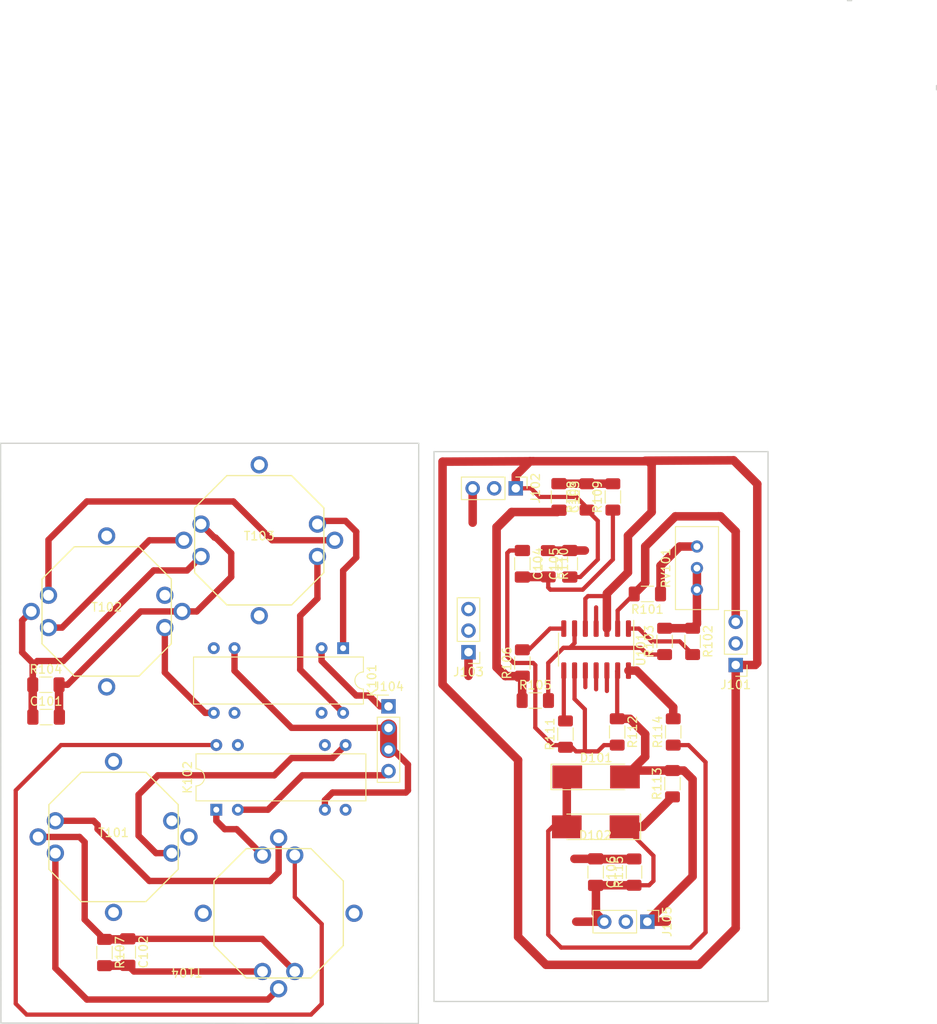
<source format=kicad_pcb>
(kicad_pcb (version 20211014) (generator pcbnew)
  (layers (0 "F.Cu" signal) (31 "B.Cu" signal) (34 "B.Paste" user) (35 "F.Paste" user) (36 "B.SilkS" user "B.Silkscreen") (37 "F.SilkS" user "F.Silkscreen") (38 "B.Mask" user) (39 "F.Mask" user) (44 "Edge.Cuts" user))
  (net 0 "")
  (net 1 "Net-(C101-Pad1)")
  (net 2 "Net-(C101-Pad2)")
  (net 3 "Net-(C102-Pad1)")
  (net 4 "Net-(C102-Pad2)")
  (net 5 "Net-(R101-Pad1)")
  (net 6 "Net-(R102-Pad2)")
  (net 7 "Net-(R103-Pad1)")
  (net 8 "Net-(C103-Pad2)")
  (net 9 "GND")
  (net 10 "Net-(C103-Pad1)")
  (net 11 "Net-(C104-Pad2)")
  (net 12 "Net-(C105-Pad2)")
  (net 13 "Net-(C104-Pad1)")
  (net 14 "Net-(R111-Pad2)")
  (net 15 "Net-(D101-Pad2)")
  (net 16 "/SIGN_IN")
  (net 17 "Net-(D101-Pad1)")
  (net 18 "Net-(R114-Pad2)")
  (net 19 "Net-(K101-Pad1)")
  (net 20 "Net-(K101-Pad7)")
  (net 21 "Net-(K101-Pad8)")
  (net 22 "Net-(K101-Pad14)")
  (net 23 "Net-(K102-Pad1)")
  (net 24 "Net-(K102-Pad7)")
  (net 25 "Net-(K102-Pad8)")
  (net 26 "Net-(K102-Pad14)")
  (net 27 "Net-(R106-Pad2)")
  (net 28 "+5V")
  (net 29 "-5V")
  (net 30 "Net-(T101-Pad3)")
  (net 31 "Net-(T101-Pad4)")
  (net 32 "Net-(T102-Pad3)")
  (net 33 "Net-(T102-Pad4)")
  (net 36 "Net-(J101-Pad3)")
  (net 37 "Net-(R102-Pad1)")
  (net 40 "Net-(J104-Pad1)")
  (net 41 "Net-(J104-Pad2)")
  (net 42 "Net-(J104-Pad4)")
  (footprint "Resistor_SMD:R_1206_3216Metric_Pad1.30x1.75mm_HandSolder" (layer "F.Cu") (at 137.186 102.082 -90)
    (fp_text reference "R110" (at 0 -1.82 90) (layer "F.SilkS"))
    (fp_text value "8k2")
    (pad "1" smd roundrect (at -1.55 0 270) (size 1.3 1.75) (layers "F.Cu" "F.Paste" "F.Mask") (roundrect_rratio 0.192308) (net 12 "Net-(C105-Pad2)"))
    (pad "2" smd roundrect (at 1.55 0 270) (size 1.3 1.75) (layers "F.Cu" "F.Paste" "F.Mask") (roundrect_rratio 0.192308) (net 11 "Net-(C104-Pad2)"))
  )
  (footprint "Resistor_SMD:R_1206_3216Metric_Pad1.30x1.75mm_HandSolder" (layer "F.Cu") (at 135.662 118.194)
    (fp_text reference "R105" (at 0 -1.82) (layer "F.SilkS"))
    (fp_text value "200k")
    (pad "1" smd roundrect (at -1.55 0) (size 1.3 1.75) (layers "F.Cu" "F.Paste" "F.Mask") (roundrect_rratio 0.192308) (net 8 "Net-(C103-Pad2)"))
    (pad "2" smd roundrect (at 1.55 0) (size 1.3 1.75) (layers "F.Cu" "F.Paste" "F.Mask") (roundrect_rratio 0.192308) (net 7 "Net-(R103-Pad1)"))
  )
  (footprint "Relay_THT:Relay_StandexMeder_DIP_LowProfile" (layer "F.Cu") (at 113.01 112.024 -90)
    (fp_text reference "K101" (at 3.81 -3.39 90) (layer "F.SilkS"))
    (fp_text value "DIPxx-2Axx-21x")
    (pad "1" thru_hole rect (at 0 0 270) (size 1.4 1.4) (drill 0.7) (layers *.Cu *.Mask) (net 19 "Net-(K101-Pad1)"))
    (pad "2" thru_hole circle (at 0 2.54 270) (size 1.4 1.4) (drill 0.7) (layers *.Cu *.Mask) (net 40 "Net-(J104-Pad1)"))
    (pad "6" thru_hole circle (at 0 12.8 270) (size 1.4 1.4) (drill 0.7) (layers *.Cu *.Mask) (net 41 "Net-(J104-Pad2)"))
    (pad "7" thru_hole circle (at 0 15.24 270) (size 1.4 1.4) (drill 0.7) (layers *.Cu *.Mask) (net 20 "Net-(K101-Pad7)"))
    (pad "8" thru_hole circle (at 7.62 15.24 270) (size 1.4 1.4) (drill 0.7) (layers *.Cu *.Mask) (net 21 "Net-(K101-Pad8)"))
    (pad "9" thru_hole circle (at 7.62 12.8 270) (size 1.4 1.4) (drill 0.7) (layers *.Cu *.Mask))
    (pad "13" thru_hole circle (at 7.62 2.54 270) (size 1.4 1.4) (drill 0.7) (layers *.Cu *.Mask))
    (pad "14" thru_hole circle (at 7.62 0 270) (size 1.4 1.4) (drill 0.7) (layers *.Cu *.Mask) (net 22 "Net-(K101-Pad14)"))
  )
  (footprint "Diode_SMD:D_MELF_Handsoldering" (layer "F.Cu") (at 142.83 127.194)
    (fp_text reference "D101" (at 0 -2.25) (layer "F.SilkS"))
    (fp_text value "D_Schottky")
    (pad "1" smd rect (at -3.4 0) (size 3.5 2.7) (layers "F.Cu" "F.Paste" "F.Mask") (net 17 "Net-(D101-Pad1)"))
    (pad "2" smd rect (at 3.4 0) (size 3.5 2.7) (layers "F.Cu" "F.Paste" "F.Mask") (net 15 "Net-(D101-Pad2)"))
  )
  (footprint "My_Lib:my_trafo" (layer "F.Cu") (at 105.41 143.256 90)
    (fp_text reference "T104" (at -6.9639 -10.8712 180 unlocked) (layer "F.SilkS"))
    (fp_text value "TRANSFO2")
    (pad "0" thru_hole circle (at 0 8.89 270) (size 2.032 2.032) (drill 1.27) (layers *.Cu *.Mask))
    (pad "0" thru_hole circle (at 0 -8.89 270) (size 2.032 2.032) (drill 1.27) (layers *.Cu *.Mask))
    (pad "1" thru_hole circle (at 6.858 -1.905 270) (size 2.032 2.032) (drill 1.27) (layers *.Cu *.Mask) (net 23 "Net-(K102-Pad1)"))
    (pad "2" thru_hole circle (at 6.858 1.905 270) (size 2.032 2.032) (drill 1.27) (layers *.Cu *.Mask) (net 26 "Net-(K102-Pad14)"))
    (pad "3" thru_hole circle (at -6.858 1.905 270) (size 2.032 2.032) (drill 1.27) (layers *.Cu *.Mask) (net 3 "Net-(C102-Pad1)"))
    (pad "4" thru_hole circle (at -6.858 -1.905 270) (size 2.032 2.032) (drill 1.27) (layers *.Cu *.Mask) (net 4 "Net-(C102-Pad2)"))
    (pad "5" thru_hole circle (at 8.89 0 270) (size 2.032 2.032) (drill 1.27) (layers *.Cu *.Mask) (net 31 "Net-(T101-Pad4)"))
    (pad "6" thru_hole circle (at -8.89 0 270) (size 2.032 2.032) (drill 1.27) (layers *.Cu *.Mask) (net 30 "Net-(T101-Pad3)"))
  )
  (footprint "Connector_PinHeader_2.54mm:PinHeader_1x03_P2.54mm_Vertical" (layer "F.Cu") (at 133.361 93.192 -90)
    (fp_text reference "J102" (at 0 -2.33 90) (layer "F.SilkS"))
    (fp_text value "Conn_01x03_Female")
    (pad "1" thru_hole rect (at 0 0 270) (size 1.7 1.7) (drill 1) (layers *.Cu *.Mask) (net 9 "GND"))
    (pad "2" thru_hole oval (at 0 2.54 270) (size 1.7 1.7) (drill 1) (layers *.Cu *.Mask))
    (pad "3" thru_hole oval (at 0 5.08 270) (size 1.7 1.7) (drill 1) (layers *.Cu *.Mask) (net 28 "+5V"))
  )
  (footprint "Resistor_SMD:R_1206_3216Metric_Pad1.30x1.75mm_HandSolder" (layer "F.Cu") (at 148.87 105.638 180)
    (fp_text reference "R101" (at 0 -1.82) (layer "F.SilkS"))
    (fp_text value "200k")
    (pad "1" smd roundrect (at -1.55 0 180) (size 1.3 1.75) (layers "F.Cu" "F.Paste" "F.Mask") (roundrect_rratio 0.192308) (net 5 "Net-(R101-Pad1)"))
    (pad "2" smd roundrect (at 1.55 0 180) (size 1.3 1.75) (layers "F.Cu" "F.Paste" "F.Mask") (roundrect_rratio 0.192308) (net 36 "Net-(J101-Pad3)"))
  )
  (footprint "Capacitor_SMD:C_1206_3216Metric_Pad1.33x1.80mm_HandSolder" (layer "F.Cu") (at 139.726 102.082 90)
    (fp_text reference "C105" (at 0 -1.85 90) (layer "F.SilkS"))
    (fp_text value "100p")
    (pad "1" smd roundrect (at -1.5625 0 90) (size 1.325 1.8) (layers "F.Cu" "F.Paste" "F.Mask") (roundrect_rratio 0.188679) (net 9 "GND"))
    (pad "2" smd roundrect (at 1.5625 0 90) (size 1.325 1.8) (layers "F.Cu" "F.Paste" "F.Mask") (roundrect_rratio 0.188679) (net 12 "Net-(C105-Pad2)"))
  )
  (footprint "Diode_SMD:D_MELF_Handsoldering" (layer "F.Cu") (at 142.774 133.07 180)
    (fp_text reference "D102" (at 0.04625 -1.006) (layer "F.SilkS"))
    (fp_text value "D_Schottky")
    (pad "1" smd rect (at -3.4 0 180) (size 3.5 2.7) (layers "F.Cu" "F.Paste" "F.Mask") (net 16 "/SIGN_IN"))
    (pad "2" smd rect (at 3.4 0 180) (size 3.5 2.7) (layers "F.Cu" "F.Paste" "F.Mask") (net 17 "Net-(D101-Pad1)"))
  )
  (footprint "Connector_PinHeader_2.54mm:PinHeader_1x03_P2.54mm_Vertical" (layer "F.Cu") (at 159.284 114.005 180)
    (fp_text reference "J101" (at 0 -2.33) (layer "F.SilkS"))
    (fp_text value "Conn_01x03_Female")
    (pad "1" thru_hole rect (at 0 0 180) (size 1.7 1.7) (drill 1) (layers *.Cu *.Mask) (net 9 "GND"))
    (pad "2" thru_hole oval (at 0 2.54 180) (size 1.7 1.7) (drill 1) (layers *.Cu *.Mask))
    (pad "3" thru_hole oval (at 0 5.08 180) (size 1.7 1.7) (drill 1) (layers *.Cu *.Mask) (net 36 "Net-(J101-Pad3)"))
  )
  (footprint "Resistor_SMD:R_1206_3216Metric_Pad1.30x1.75mm_HandSolder" (layer "F.Cu") (at 151.918 121.894 90)
    (fp_text reference "R114" (at 0 -1.82 90) (layer "F.SilkS"))
    (fp_text value "50")
    (pad "1" smd roundrect (at -1.55 0 90) (size 1.3 1.75) (layers "F.Cu" "F.Paste" "F.Mask") (roundrect_rratio 0.192308) (net 17 "Net-(D101-Pad1)"))
    (pad "2" smd roundrect (at 1.55 0 90) (size 1.3 1.75) (layers "F.Cu" "F.Paste" "F.Mask") (roundrect_rratio 0.192308) (net 18 "Net-(R114-Pad2)"))
  )
  (footprint "Resistor_SMD:R_1206_3216Metric_Pad1.30x1.75mm_HandSolder" (layer "F.Cu") (at 77.978 116.332)
    (fp_text reference "R104" (at 0 -1.82) (layer "F.SilkS"))
    (fp_text value "20k")
    (pad "1" smd roundrect (at -1.55 0) (size 1.3 1.75) (layers "F.Cu" "F.Paste" "F.Mask") (roundrect_rratio 0.192308) (net 1 "Net-(C101-Pad1)"))
    (pad "2" smd roundrect (at 1.55 0) (size 1.3 1.75) (layers "F.Cu" "F.Paste" "F.Mask") (roundrect_rratio 0.192308) (net 2 "Net-(C101-Pad2)"))
  )
  (footprint "Resistor_SMD:R_1206_3216Metric_Pad1.30x1.75mm_HandSolder" (layer "F.Cu") (at 141.758 94.208 90)
    (fp_text reference "R108" (at 0 -1.82 90) (layer "F.SilkS"))
    (fp_text value "500k")
    (pad "1" smd roundrect (at -1.55 0 90) (size 1.3 1.75) (layers "F.Cu" "F.Paste" "F.Mask") (roundrect_rratio 0.192308) (net 9 "GND"))
    (pad "2" smd roundrect (at 1.55 0 90) (size 1.3 1.75) (layers "F.Cu" "F.Paste" "F.Mask") (roundrect_rratio 0.192308) (net 10 "Net-(C103-Pad1)"))
  )
  (footprint "My_Lib:my_trafo" (layer "F.Cu") (at 85.1408 107.696)
    (fp_text reference "T102" (at 0 -0.5 unlocked) (layer "F.SilkS"))
    (fp_text value "TRANSFO2")
    (pad "0" thru_hole circle locked (at 0 -8.89 180) (size 2.032 2.032) (drill 1.27) (layers *.Cu *.Mask))
    (pad "0" thru_hole circle locked (at 0 8.89 180) (size 2.032 2.032) (drill 1.27) (layers *.Cu *.Mask))
    (pad "1" thru_hole circle locked (at 6.858 -1.905 180) (size 2.032 2.032) (drill 1.27) (layers *.Cu *.Mask) (net 20 "Net-(K101-Pad7)"))
    (pad "2" thru_hole circle locked (at 6.858 1.905 180) (size 2.032 2.032) (drill 1.27) (layers *.Cu *.Mask) (net 21 "Net-(K101-Pad8)"))
    (pad "3" thru_hole circle locked (at -6.858 1.905 180) (size 2.032 2.032) (drill 1.27) (layers *.Cu *.Mask) (net 32 "Net-(T102-Pad3)"))
    (pad "4" thru_hole circle locked (at -6.858 -1.905 180) (size 2.032 2.032) (drill 1.27) (layers *.Cu *.Mask) (net 33 "Net-(T102-Pad4)"))
    (pad "5" thru_hole circle locked (at 8.89 0 180) (size 2.032 2.032) (drill 1.27) (layers *.Cu *.Mask) (net 2 "Net-(C101-Pad2)"))
    (pad "6" thru_hole circle locked (at -8.89 0 180) (size 2.032 2.032) (drill 1.27) (layers *.Cu *.Mask) (net 1 "Net-(C101-Pad1)"))
  )
  (footprint "My_Lib:my_trafo" (layer "F.Cu") (at 85.9536 134.2644)
    (fp_text reference "T101" (at 0 -0.5 unlocked) (layer "F.SilkS"))
    (fp_text value "TRANSFO2")
    (pad "0" thru_hole circle locked (at 0 8.89 180) (size 2.032 2.032) (drill 1.27) (layers *.Cu *.Mask))
    (pad "0" thru_hole circle locked (at 0 -8.89 180) (size 2.032 2.032) (drill 1.27) (layers *.Cu *.Mask))
    (pad "1" thru_hole circle locked (at 6.858 -1.905 180) (size 2.032 2.032) (drill 1.27) (layers *.Cu *.Mask) (net 24 "Net-(K102-Pad7)"))
    (pad "2" thru_hole circle locked (at 6.858 1.905 180) (size 2.032 2.032) (drill 1.27) (layers *.Cu *.Mask) (net 25 "Net-(K102-Pad8)"))
    (pad "3" thru_hole circle locked (at -6.858 1.905 180) (size 2.032 2.032) (drill 1.27) (layers *.Cu *.Mask) (net 30 "Net-(T101-Pad3)"))
    (pad "4" thru_hole circle locked (at -6.858 -1.905 180) (size 2.032 2.032) (drill 1.27) (layers *.Cu *.Mask) (net 31 "Net-(T101-Pad4)"))
    (pad "5" thru_hole circle locked (at 8.89 0 180) (size 2.032 2.032) (drill 1.27) (layers *.Cu *.Mask) (net 4 "Net-(C102-Pad2)"))
    (pad "6" thru_hole circle locked (at -8.89 0 180) (size 2.032 2.032) (drill 1.27) (layers *.Cu *.Mask) (net 3 "Net-(C102-Pad1)"))
  )
  (footprint "Resistor_SMD:R_1206_3216Metric_Pad1.30x1.75mm_HandSolder" (layer "F.Cu") (at 154.204 111.226 -90)
    (fp_text reference "R102" (at 0 -1.82 90) (layer "F.SilkS"))
    (fp_text value "50")
    (pad "1" smd roundrect (at -1.55 0 270) (size 1.3 1.75) (layers "F.Cu" "F.Paste" "F.Mask") (roundrect_rratio 0.192308) (net 37 "Net-(R102-Pad1)"))
    (pad "2" smd roundrect (at 1.55 0 270) (size 1.3 1.75) (layers "F.Cu" "F.Paste" "F.Mask") (roundrect_rratio 0.192308) (net 6 "Net-(R102-Pad2)"))
  )
  (footprint "Capacitor_SMD:C_1206_3216Metric_Pad1.33x1.80mm_HandSolder" (layer "F.Cu") (at 138.456 94.208 -90)
    (fp_text reference "C103" (at 0 -1.85 90) (layer "F.SilkS"))
    (fp_text value "47n")
    (pad "1" smd roundrect (at -1.5625 0 270) (size 1.325 1.8) (layers "F.Cu" "F.Paste" "F.Mask") (roundrect_rratio 0.188679) (net 10 "Net-(C103-Pad1)"))
    (pad "2" smd roundrect (at 1.5625 0 270) (size 1.325 1.8) (layers "F.Cu" "F.Paste" "F.Mask") (roundrect_rratio 0.188679) (net 8 "Net-(C103-Pad2)"))
  )
  (footprint "Resistor_SMD:R_1206_3216Metric_Pad1.30x1.75mm_HandSolder" (layer "F.Cu") (at 144.806 94.208 90)
    (fp_text reference "R109" (at 0 -1.82 90) (layer "F.SilkS"))
    (fp_text value "8k2")
    (pad "1" smd roundrect (at -1.55 0 90) (size 1.3 1.75) (layers "F.Cu" "F.Paste" "F.Mask") (roundrect_rratio 0.192308) (net 11 "Net-(C104-Pad2)"))
    (pad "2" smd roundrect (at 1.55 0 90) (size 1.3 1.75) (layers "F.Cu" "F.Paste" "F.Mask") (roundrect_rratio 0.192308) (net 10 "Net-(C103-Pad1)"))
  )
  (footprint "Resistor_SMD:R_1206_3216Metric_Pad1.30x1.75mm_HandSolder" (layer "F.Cu") (at 139.218 122.148 90)
    (fp_text reference "R111" (at 0 -1.82 90) (layer "F.SilkS"))
    (fp_text value "50")
    (pad "1" smd roundrect (at -1.55 0 90) (size 1.3 1.75) (layers "F.Cu" "F.Paste" "F.Mask") (roundrect_rratio 0.192308) (net 13 "Net-(C104-Pad1)"))
    (pad "2" smd roundrect (at 1.55 0 90) (size 1.3 1.75) (layers "F.Cu" "F.Paste" "F.Mask") (roundrect_rratio 0.192308) (net 14 "Net-(R111-Pad2)"))
  )
  (footprint "Resistor_SMD:R_1206_3216Metric_Pad1.30x1.75mm_HandSolder" (layer "F.Cu") (at 84.8868 147.8788 -90)
    (fp_text reference "R107" (at 0 -1.82 90) (layer "F.SilkS"))
    (fp_text value "30k")
    (pad "1" smd roundrect (at -1.55 0 270) (size 1.3 1.75) (layers "F.Cu" "F.Paste" "F.Mask") (roundrect_rratio 0.192308) (net 3 "Net-(C102-Pad1)"))
    (pad "2" smd roundrect (at 1.55 0 270) (size 1.3 1.75) (layers "F.Cu" "F.Paste" "F.Mask") (roundrect_rratio 0.192308) (net 4 "Net-(C102-Pad2)"))
  )
  (footprint "My_Lib:my_trafo" (layer "F.Cu") (at 103.124 99.314)
    (fp_text reference "T103" (at 0 -0.5 unlocked) (layer "F.SilkS"))
    (fp_text value "TRANSFO2")
    (pad "0" thru_hole circle (at 0 -8.89 180) (size 2.032 2.032) (drill 1.27) (layers *.Cu *.Mask))
    (pad "0" thru_hole circle (at 0 8.89 180) (size 2.032 2.032) (drill 1.27) (layers *.Cu *.Mask))
    (pad "1" thru_hole circle (at 6.858 -1.905 180) (size 2.032 2.032) (drill 1.27) (layers *.Cu *.Mask) (net 19 "Net-(K101-Pad1)"))
    (pad "2" thru_hole circle (at 6.858 1.905 180) (size 2.032 2.032) (drill 1.27) (layers *.Cu *.Mask) (net 22 "Net-(K101-Pad14)"))
    (pad "3" thru_hole circle (at -6.858 1.905 180) (size 2.032 2.032) (drill 1.27) (layers *.Cu *.Mask) (net 1 "Net-(C101-Pad1)"))
    (pad "4" thru_hole circle (at -6.858 -1.905 180) (size 2.032 2.032) (drill 1.27) (layers *.Cu *.Mask) (net 2 "Net-(C101-Pad2)"))
    (pad "5" thru_hole circle (at 8.89 0 180) (size 2.032 2.032) (drill 1.27) (layers *.Cu *.Mask) (net 33 "Net-(T102-Pad4)"))
    (pad "6" thru_hole circle (at -8.89 0 180) (size 2.032 2.032) (drill 1.27) (layers *.Cu *.Mask) (net 32 "Net-(T102-Pad3)"))
  )
  (footprint "Resistor_SMD:R_1206_3216Metric_Pad1.30x1.75mm_HandSolder" (layer "F.Cu") (at 134.138 113.766 90)
    (fp_text reference "R106" (at 0 -1.82 90) (layer "F.SilkS"))
    (fp_text value "50")
    (pad "1" smd roundrect (at -1.55 0 90) (size 1.3 1.75) (layers "F.Cu" "F.Paste" "F.Mask") (roundrect_rratio 0.192308) (net 8 "Net-(C103-Pad2)"))
    (pad "2" smd roundrect (at 1.55 0 90) (size 1.3 1.75) (layers "F.Cu" "F.Paste" "F.Mask") (roundrect_rratio 0.192308) (net 27 "Net-(R106-Pad2)"))
  )
  (footprint "Resistor_SMD:R_1206_3216Metric_Pad1.30x1.75mm_HandSolder" (layer "F.Cu") (at 145.314 121.894 -90)
    (fp_text reference "R112" (at 0 -1.82 90) (layer "F.SilkS"))
    (fp_text value "150k")
    (pad "1" smd roundrect (at -1.55 0 270) (size 1.3 1.75) (layers "F.Cu" "F.Paste" "F.Mask") (roundrect_rratio 0.192308) (net 15 "Net-(D101-Pad2)"))
    (pad "2" smd roundrect (at 1.55 0 270) (size 1.3 1.75) (layers "F.Cu" "F.Paste" "F.Mask") (roundrect_rratio 0.192308) (net 13 "Net-(C104-Pad1)"))
  )
  (footprint "Capacitor_SMD:C_1206_3216Metric_Pad1.33x1.80mm_HandSolder" (layer "F.Cu") (at 78.004 120.142)
    (fp_text reference "C101" (at 0 -1.85) (layer "F.SilkS"))
    (fp_text value "3n")
    (pad "1" smd roundrect (at -1.5625 0) (size 1.325 1.8) (layers "F.Cu" "F.Paste" "F.Mask") (roundrect_rratio 0.188679) (net 1 "Net-(C101-Pad1)"))
    (pad "2" smd roundrect (at 1.5625 0) (size 1.325 1.8) (layers "F.Cu" "F.Paste" "F.Mask") (roundrect_rratio 0.188679) (net 2 "Net-(C101-Pad2)"))
  )
  (footprint "Connector_PinHeader_2.54mm:PinHeader_1x03_P2.54mm_Vertical" (layer "F.Cu") (at 148.87 144.246 -90)
    (fp_text reference "J105" (at 0 -2.33 90) (layer "F.SilkS"))
    (fp_text value "Conn_01x03_Female")
    (pad "1" thru_hole rect (at 0 0 270) (size 1.7 1.7) (drill 1) (layers *.Cu *.Mask) (net 15 "Net-(D101-Pad2)"))
    (pad "2" thru_hole oval (at 0 2.54 270) (size 1.7 1.7) (drill 1) (layers *.Cu *.Mask))
    (pad "3" thru_hole oval (at 0 5.08 270) (size 1.7 1.7) (drill 1) (layers *.Cu *.Mask) (net 16 "/SIGN_IN"))
  )
  (footprint "Potentiometer_THT:Potentiometer_Bourns_3296W_Vertical" (layer "F.Cu") (at 154.712 100.05 90)
    (fp_text reference "RV101" (at -2.54 -3.66 90) (layer "F.SilkS"))
    (fp_text value "R_Potentiometer")
    (pad "1" thru_hole circle (at 0 0 90) (size 1.44 1.44) (drill 0.8) (layers *.Cu *.Mask) (net 5 "Net-(R101-Pad1)"))
    (pad "2" thru_hole circle (at -2.54 0 90) (size 1.44 1.44) (drill 0.8) (layers *.Cu *.Mask) (net 37 "Net-(R102-Pad1)"))
    (pad "3" thru_hole circle (at -5.08 0 90) (size 1.44 1.44) (drill 0.8) (layers *.Cu *.Mask) (net 37 "Net-(R102-Pad1)"))
  )
  (footprint "Package_SO:SOIC-14_3.9x8.7mm_P1.27mm" (layer "F.Cu") (at 142.83 112.194 -90)
    (fp_text reference "U101" (at 0 -5.28 90) (layer "F.SilkS"))
    (fp_text value "LM324")
    (pad "1" smd roundrect (at -2.475 -3.81 270) (size 1.95 0.6) (layers "F.Cu" "F.Paste" "F.Mask") (net 6 "Net-(R102-Pad2)"))
    (pad "2" smd roundrect (at -2.475 -2.54 270) (size 1.95 0.6) (layers "F.Cu" "F.Paste" "F.Mask") (net 36 "Net-(J101-Pad3)"))
    (pad "3" smd roundrect (at -2.475 -1.27 270) (size 1.95 0.6) (layers "F.Cu" "F.Paste" "F.Mask") (net 9 "GND"))
    (pad "4" smd roundrect (at -2.475 0 270) (size 1.95 0.6) (layers "F.Cu" "F.Paste" "F.Mask") (net 28 "+5V"))
    (pad "5" smd roundrect (at -2.475 1.27 270) (size 1.95 0.6) (layers "F.Cu" "F.Paste" "F.Mask") (net 9 "GND"))
    (pad "6" smd roundrect (at -2.475 2.54 270) (size 1.95 0.6) (layers "F.Cu" "F.Paste" "F.Mask") (net 7 "Net-(R103-Pad1)"))
    (pad "7" smd roundrect (at -2.475 3.81 270) (size 1.95 0.6) (layers "F.Cu" "F.Paste" "F.Mask") (net 27 "Net-(R106-Pad2)"))
    (pad "8" smd roundrect (at 2.475 3.81 270) (size 1.95 0.6) (layers "F.Cu" "F.Paste" "F.Mask") (net 14 "Net-(R111-Pad2)"))
    (pad "9" smd roundrect (at 2.475 2.54 270) (size 1.95 0.6) (layers "F.Cu" "F.Paste" "F.Mask") (net 13 "Net-(C104-Pad1)"))
    (pad "10" smd roundrect (at 2.475 1.27 270) (size 1.95 0.6) (layers "F.Cu" "F.Paste" "F.Mask") (net 12 "Net-(C105-Pad2)"))
    (pad "11" smd roundrect (at 2.475 0 270) (size 1.95 0.6) (layers "F.Cu" "F.Paste" "F.Mask") (net 29 "-5V"))
    (pad "12" smd roundrect (at 2.475 -1.27 270) (size 1.95 0.6) (layers "F.Cu" "F.Paste" "F.Mask") (net 9 "GND"))
    (pad "13" smd roundrect (at 2.475 -2.54 270) (size 1.95 0.6) (layers "F.Cu" "F.Paste" "F.Mask") (net 15 "Net-(D101-Pad2)"))
    (pad "14" smd roundrect (at 2.475 -3.81 270) (size 1.95 0.6) (layers "F.Cu" "F.Paste" "F.Mask") (net 18 "Net-(R114-Pad2)"))
  )
  (footprint "Capacitor_SMD:C_1206_3216Metric_Pad1.33x1.80mm_HandSolder" (layer "F.Cu") (at 87.63 147.828 -90)
    (fp_text reference "C102" (at 0 -1.85 90) (layer "F.SilkS"))
    (fp_text value "3n")
    (pad "1" smd roundrect (at -1.5625 0 270) (size 1.325 1.8) (layers "F.Cu" "F.Paste" "F.Mask") (roundrect_rratio 0.188679) (net 3 "Net-(C102-Pad1)"))
    (pad "2" smd roundrect (at 1.5625 0 270) (size 1.325 1.8) (layers "F.Cu" "F.Paste" "F.Mask") (roundrect_rratio 0.188679) (net 4 "Net-(C102-Pad2)"))
  )
  (footprint "Resistor_SMD:R_1206_3216Metric_Pad1.30x1.75mm_HandSolder" (layer "F.Cu") (at 151.83 127.99 90)
    (fp_text reference "R113" (at 0 -1.82 90) (layer "F.SilkS"))
    (fp_text value "330k")
    (pad "1" smd roundrect (at -1.55 0 90) (size 1.3 1.75) (layers "F.Cu" "F.Paste" "F.Mask") (roundrect_rratio 0.192308) (net 16 "/SIGN_IN"))
    (pad "2" smd roundrect (at 1.55 0 90) (size 1.3 1.75) (layers "F.Cu" "F.Paste" "F.Mask") (roundrect_rratio 0.192308) (net 15 "Net-(D101-Pad2)"))
  )
  (footprint "Connector_PinHeader_2.54mm:PinHeader_1x04_P2.54mm_Vertical" (layer "F.Cu") (at 118.364 118.882)
    (fp_text reference "J104" (at 0 -2.33) (layer "F.SilkS"))
    (fp_text value "Conn_01x04_Female")
    (pad "1" thru_hole rect (at 0 0) (size 1.7 1.7) (drill 1) (layers *.Cu *.Mask) (net 40 "Net-(J104-Pad1)"))
    (pad "2" thru_hole oval (at 0 2.54) (size 1.7 1.7) (drill 1) (layers *.Cu *.Mask) (net 41 "Net-(J104-Pad2)"))
    (pad "3" thru_hole oval (at 0 5.08) (size 1.7 1.7) (drill 1) (layers *.Cu *.Mask) (net 41 "Net-(J104-Pad2)"))
    (pad "4" thru_hole oval (at 0 7.62) (size 1.7 1.7) (drill 1) (layers *.Cu *.Mask) (net 42 "Net-(J104-Pad4)"))
  )
  (footprint "Capacitor_SMD:C_1206_3216Metric_Pad1.33x1.80mm_HandSolder" (layer "F.Cu") (at 142.774 138.404 -90)
    (fp_text reference "C106" (at 0 -1.85 90) (layer "F.SilkS"))
    (fp_text value "4n")
    (pad "1" smd roundrect (at -1.5625 0 270) (size 1.325 1.8) (layers "F.Cu" "F.Paste" "F.Mask") (roundrect_rratio 0.188679) (net 9 "GND"))
    (pad "2" smd roundrect (at 1.5625 0 270) (size 1.325 1.8) (layers "F.Cu" "F.Paste" "F.Mask") (roundrect_rratio 0.188679) (net 16 "/SIGN_IN"))
  )
  (footprint "Resistor_SMD:R_1206_3216Metric_Pad1.30x1.75mm_HandSolder" (layer "F.Cu") (at 147.29975 138.404 90)
    (fp_text reference "R115" (at 0 -1.82 90) (layer "F.SilkS"))
    (fp_text value "500k")
    (pad "1" smd roundrect (at -1.55 0 90) (size 1.3 1.75) (layers "F.Cu" "F.Paste" "F.Mask") (roundrect_rratio 0.192308) (net 16 "/SIGN_IN"))
    (pad "2" smd roundrect (at 1.55 0 90) (size 1.3 1.75) (layers "F.Cu" "F.Paste" "F.Mask") (roundrect_rratio 0.192308) (net 9 "GND"))
  )
  (footprint "Connector_PinHeader_2.54mm:PinHeader_1x03_P2.54mm_Vertical" (layer "F.Cu") (at 127.788 112.496 180)
    (fp_text reference "J103" (at 0 -2.33) (layer "F.SilkS"))
    (fp_text value "Conn_01x03_Female")
    (pad "1" thru_hole rect (at 0 0 180) (size 1.7 1.7) (drill 1) (layers *.Cu *.Mask) (net 29 "-5V"))
    (pad "2" thru_hole oval (at 0 2.54 180) (size 1.7 1.7) (drill 1) (layers *.Cu *.Mask))
    (pad "3" thru_hole oval (at 0 5.08 180) (size 1.7 1.7) (drill 1) (layers *.Cu *.Mask))
  )
  (footprint "Resistor_SMD:R_1206_3216Metric_Pad1.30x1.75mm_HandSolder" (layer "F.Cu") (at 150.902 111.226 90)
    (fp_text reference "R103" (at 0 -1.82 90) (layer "F.SilkS"))
    (fp_text value "75k")
    (pad "1" smd roundrect (at -1.55 0 90) (size 1.3 1.75) (layers "F.Cu" "F.Paste" "F.Mask") (roundrect_rratio 0.192308) (net 7 "Net-(R103-Pad1)"))
    (pad "2" smd roundrect (at 1.55 0 90) (size 1.3 1.75) (layers "F.Cu" "F.Paste" "F.Mask") (roundrect_rratio 0.192308) (net 37 "Net-(R102-Pad1)"))
  )
  (footprint "Relay_THT:Relay_StandexMeder_DIP_LowProfile" (layer "F.Cu") (at 98.064 131.054 90)
    (fp_text reference "K102" (at 3.81 -3.39 90) (layer "F.SilkS"))
    (fp_text value "DIPxx-2Axx-21x")
    (pad "1" thru_hole rect (at 0 0 90) (size 1.4 1.4) (drill 0.7) (layers *.Cu *.Mask) (net 23 "Net-(K102-Pad1)"))
    (pad "2" thru_hole circle (at 0 2.54 90) (size 1.4 1.4) (drill 0.7) (layers *.Cu *.Mask) (net 42 "Net-(J104-Pad4)"))
    (pad "6" thru_hole circle (at 0 12.8 90) (size 1.4 1.4) (drill 0.7) (layers *.Cu *.Mask) (net 41 "Net-(J104-Pad2)"))
    (pad "7" thru_hole circle (at 0 15.24 90) (size 1.4 1.4) (drill 0.7) (layers *.Cu *.Mask) (net 24 "Net-(K102-Pad7)"))
    (pad "8" thru_hole circle (at 7.62 15.24 90) (size 1.4 1.4) (drill 0.7) (layers *.Cu *.Mask) (net 25 "Net-(K102-Pad8)"))
    (pad "9" thru_hole circle (at 7.62 12.8 90) (size 1.4 1.4) (drill 0.7) (layers *.Cu *.Mask))
    (pad "13" thru_hole circle (at 7.62 2.54 90) (size 1.4 1.4) (drill 0.7) (layers *.Cu *.Mask))
    (pad "14" thru_hole circle (at 7.62 0 90) (size 1.4 1.4) (drill 0.7) (layers *.Cu *.Mask) (net 26 "Net-(K102-Pad14)"))
  )
  (footprint "Capacitor_SMD:C_1206_3216Metric_Pad1.33x1.80mm_HandSolder" (layer "F.Cu") (at 134.138 102.082 -90)
    (fp_text reference "C104" (at 0 -1.85 90) (layer "F.SilkS"))
    (fp_text value "220p")
    (pad "1" smd roundrect (at -1.5625 0 270) (size 1.325 1.8) (layers "F.Cu" "F.Paste" "F.Mask") (roundrect_rratio 0.188679) (net 13 "Net-(C104-Pad1)"))
    (pad "2" smd roundrect (at 1.5625 0 270) (size 1.325 1.8) (layers "F.Cu" "F.Paste" "F.Mask") (roundrect_rratio 0.188679) (net 11 "Net-(C104-Pad2)"))
  )
  (gr_line (start 123.724 153.644) (end 123.724 88.874) (layer "Edge.Cuts") (width 0.15))
  (gr_line (start 163.094 153.644) (end 123.724 153.644) (layer "Edge.Cuts") (width 0.15))
  (gr_line (start 121.8825 156.2354) (end 121.92 87.884) (layer "Edge.Cuts") (width 0.15))
  (gr_line (start 163.094 153.644) (end 163.094 88.874) (layer "Edge.Cuts") (width 0.15))
  (gr_line (start 72.6815 156.1846) (end 72.644 87.884) (layer "Edge.Cuts") (width 0.15))
  (gr_line (start 72.644 87.884) (end 121.92 87.884) (layer "Edge.Cuts") (width 0.15))
  (gr_line (start 163.094 88.874) (end 123.724 88.874) (layer "Edge.Cuts") (width 0.15))
  (gr_line (start 121.8825 156.2354) (end 72.6815 156.1846) (layer "Edge.Cuts") (width 0.15))
  (gr_line (start 182.948 46.242) (end 182.948 45.742) (layer "Edge.Cuts") (width 0.15))
  (gr_line (start 172.948 35.742) (end 172.448 35.742) (layer "Edge.Cuts") (width 0.15))
  (segment (start 80.01 113.538) (end 76.962 113.538) (width 0.75) (layer "F.Cu") (net 1))
  (segment (start 76.428 113.818) (end 76.428 116.332) (width 0.75) (layer "F.Cu") (net 1))
  (segment (start 76.428 114.072) (end 76.428 116.332) (width 0.75) (layer "F.Cu") (net 1))
  (segment (start 96.266 101.219) (end 94.615 102.87) (width 0.75) (layer "F.Cu") (net 1))
  (segment (start 90.678 102.87) (end 80.01 113.538) (width 0.75) (layer "F.Cu") (net 1))
  (segment (start 76.2508 107.696) (end 75.184 108.7628) (width 0.75) (layer "F.Cu") (net 1))
  (segment (start 94.615 102.87) (end 90.678 102.87) (width 0.75) (layer "F.Cu") (net 1))
  (segment (start 76.428 116.332) (end 76.428 120.1285) (width 1) (layer "F.Cu") (net 1))
  (segment (start 75.184 112.522) (end 76.454 113.792) (width 0.75) (layer "F.Cu") (net 1))
  (segment (start 76.962 113.538) (end 76.428 114.072) (width 0.75) (layer "F.Cu") (net 1))
  (segment (start 76.428 120.1285) (end 76.4415 120.142) (width 1) (layer "F.Cu") (net 1))
  (segment (start 76.454 113.792) (end 76.428 113.818) (width 0.75) (layer "F.Cu") (net 1))
  (segment (start 75.184 108.7628) (end 75.184 112.522) (width 0.75) (layer "F.Cu") (net 1))
  (segment (start 89.154 107.696) (end 80.518 116.332) (width 0.75) (layer "F.Cu") (net 2))
  (segment (start 95.758 107.696) (end 94.0308 107.696) (width 0.75) (layer "F.Cu") (net 2))
  (segment (start 99.822 103.632) (end 95.758 107.696) (width 0.75) (layer "F.Cu") (net 2))
  (segment (start 97.983511 98.999511) (end 99.822 100.838) (width 0.75) (layer "F.Cu") (net 2))
  (segment (start 97.856511 98.999511) (end 97.983511 98.999511) (width 0.75) (layer "F.Cu") (net 2))
  (segment (start 94.0308 107.696) (end 89.154 107.696) (width 0.75) (layer "F.Cu") (net 2))
  (segment (start 80.518 116.332) (end 79.528 116.332) (width 0.75) (layer "F.Cu") (net 2))
  (segment (start 79.528 120.1035) (end 79.5665 120.142) (width 1) (layer "F.Cu") (net 2))
  (segment (start 79.5665 116.3705) (end 79.528 116.332) (width 0.75) (layer "F.Cu") (net 2))
  (segment (start 79.528 116.332) (end 79.528 120.1035) (width 1) (layer "F.Cu") (net 2))
  (segment (start 96.266 97.409) (end 97.856511 98.999511) (width 0.75) (layer "F.Cu") (net 2))
  (segment (start 99.822 100.838) (end 99.822 103.632) (width 0.75) (layer "F.Cu") (net 2))
  (segment (start 87.63 146.2655) (end 103.4665 146.2655) (width 0.75) (layer "F.Cu") (net 3))
  (segment (start 103.4665 146.2655) (end 107.315 150.114) (width 0.75) (layer "F.Cu") (net 3))
  (segment (start 81.9404 134.2644) (end 82.55 134.874) (width 0.75) (layer "F.Cu") (net 3))
  (segment (start 82.55 143.992) (end 84.8868 146.3288) (width 0.75) (layer "F.Cu") (net 3))
  (segment (start 77.0636 134.2644) (end 81.9404 134.2644) (width 0.75) (layer "F.Cu") (net 3))
  (segment (start 82.55 134.874) (end 82.55 143.992) (width 0.75) (layer "F.Cu") (net 3))
  (segment (start 87.5667 146.3288) (end 87.63 146.2655) (width 1) (layer "F.Cu") (net 3))
  (segment (start 84.8868 146.3288) (end 87.5667 146.3288) (width 1) (layer "F.Cu") (net 3))
  (segment (start 87.5917 149.4288) (end 87.63 149.3905) (width 1) (layer "F.Cu") (net 4))
  (segment (start 84.8868 149.4288) (end 87.5917 149.4288) (width 1) (layer "F.Cu") (net 4))
  (segment (start 87.63 149.3905) (end 88.3535 150.114) (width 0.75) (layer "F.Cu") (net 4))
  (segment (start 88.3535 150.114) (end 103.505 150.114) (width 0.75) (layer "F.Cu") (net 4))
  (segment (start 150.42 102.31) (end 150.42 105.638) (width 1) (layer "F.Cu") (net 5))
  (segment (start 152.68 100.05) (end 150.42 102.31) (width 1) (layer "F.Cu") (net 5))
  (segment (start 154.712 100.05) (end 152.68 100.05) (width 1) (layer "F.Cu") (net 5))
  (segment (start 147.871 109.719) (end 146.64 109.719) (width 0.5) (layer "F.Cu") (net 6))
  (segment (start 149.378 111.226) (end 147.871 109.719) (width 0.5) (layer "F.Cu") (net 6))
  (segment (start 152.68 111.226) (end 149.378 111.226) (width 0.5) (layer "F.Cu") (net 6))
  (segment (start 154.204 112.75) (end 152.68 111.226) (width 0.5) (layer "F.Cu") (net 6))
  (segment (start 154.204 112.776) (end 154.204 112.75) (width 0.5) (layer "F.Cu") (net 6))
  (segment (start 139.726 111.988) (end 140.29 111.424) (width 0.5) (layer "F.Cu") (net 7))
  (segment (start 137.186 113.766) (end 138.964 111.988) (width 0.5) (layer "F.Cu") (net 7))
  (segment (start 138.964 111.988) (end 139.726 111.988) (width 0.5) (layer "F.Cu") (net 7))
  (segment (start 148.896 112.776) (end 148.108 111.988) (width 0.5) (layer "F.Cu") (net 7))
  (segment (start 137.212 118.194) (end 137.186 118.168) (width 0.5) (layer "F.Cu") (net 7))
  (segment (start 150.902 112.776) (end 148.896 112.776) (width 0.5) (layer "F.Cu") (net 7))
  (segment (start 140.29 111.424) (end 140.29 109.719) (width 0.5) (layer "F.Cu") (net 7))
  (segment (start 148.108 111.988) (end 138.964 111.988) (width 0.5) (layer "F.Cu") (net 7))
  (segment (start 137.186 118.168) (end 137.186 113.766) (width 0.5) (layer "F.Cu") (net 7))
  (segment (start 134.392 115.316) (end 132.64 115.316) (width 0.5) (layer "F.Cu") (net 8))
  (segment (start 132.64 115.316) (end 131.344 114.02) (width 0.5) (layer "F.Cu") (net 8))
  (segment (start 132.868 95.986) (end 138.2405 95.986) (width 1) (layer "F.Cu") (net 8))
  (segment (start 134.112 115.342) (end 134.138 115.316) (width 1) (layer "F.Cu") (net 8))
  (segment (start 132.132 115.316) (end 131.09 114.274) (width 1) (layer "F.Cu") (net 8))
  (segment (start 131.09 97.764) (end 132.868 95.986) (width 1) (layer "F.Cu") (net 8))
  (segment (start 134.112 115.596) (end 134.392 115.316) (width 0.5) (layer "F.Cu") (net 8))
  (segment (start 134.138 115.316) (end 132.132 115.316) (width 1) (layer "F.Cu") (net 8))
  (segment (start 138.2405 95.986) (end 138.456 95.7705) (width 1) (layer "F.Cu") (net 8))
  (segment (start 134.112 118.194) (end 134.112 115.342) (width 1) (layer "F.Cu") (net 8))
  (segment (start 131.09 114.274) (end 131.09 97.764) (width 1) (layer "F.Cu") (net 8))
  (segment (start 131.344 98.018) (end 133.5915 95.7705) (width 0.5) (layer "F.Cu") (net 8))
  (segment (start 131.344 114.02) (end 131.344 98.018) (width 0.5) (layer "F.Cu") (net 8))
  (segment (start 134.112 118.194) (end 134.112 115.596) (width 0.5) (layer "F.Cu") (net 8))
  (segment (start 141.758 95.478) (end 140.488 94.208) (width 0.5) (layer "F.Cu") (net 9))
  (segment (start 141.56 106.202) (end 141.87 105.892) (width 0.5) (layer "F.Cu") (net 9))
  (segment (start 143.79 105.892) (end 144.1 106.202) (width 0.5) (layer "F.Cu") (net 9))
  (segment (start 135.039258 90.004742) (end 135.408528 90.003017) (width 1) (layer "F.Cu") (net 9))
  (segment (start 133.63 146.024) (end 133.63 125.196) (width 1) (layer "F.Cu") (net 9))
  (segment (start 159.032689 89.892689) (end 148.61624 89.941335) (width 1) (layer "F.Cu") (net 9))
  (segment (start 135.408528 90.003017) (end 148.983017 90.003017) (width 1) (layer "F.Cu") (net 9))
  (segment (start 139.726 103.6445) (end 140.9575 103.6445) (width 0.5) (layer "F.Cu") (net 9))
  (segment (start 149.378 90.398) (end 148.87 89.89) (width 0.5) (layer "F.Cu") (net 9))
  (segment (start 144.1 114.669) (end 144.1 117.068) (width 0.5) (layer "F.Cu") (net 9))
  (segment (start 141.87 105.892) (end 143.79 105.892) (width 0.5) (layer "F.Cu") (net 9))
  (segment (start 142.774 136.8415) (end 140.2725 136.8415) (width 1) (layer "F.Cu") (net 9))
  (segment (start 159.284 114.005) (end 159.284 145.008) (width 1) (layer "F.Cu") (net 9))
  (segment (start 124.73202 90.052878) (end 135.039258 90.004742) (width 1) (layer "F.Cu") (net 9))
  (segment (start 136.17 94.208) (end 135.154 93.192) (width 0.5) (layer "F.Cu") (net 9))
  (segment (start 141.758 95.758) (end 141.758 95.478) (width 0.5) (layer "F.Cu") (net 9))
  (segment (start 148.983017 90.003017) (end 149.378 90.398) (width 1) (layer "F.Cu") (net 9))
  (segment (start 136.932 149.326) (end 133.63 146.024) (width 1) (layer "F.Cu") (net 9))
  (segment (start 159.284 145.008) (end 154.966 149.326) (width 1) (layer "F.Cu") (net 9))
  (segment (start 143.028 97.028) (end 141.758 95.758) (width 0.5) (layer "F.Cu") (net 9))
  (segment (start 161.824 92.684) (end 159.032689 89.892689) (width 1) (layer "F.Cu") (net 9))
  (segment (start 124.73202 116.29802) (end 124.73202 90.052878) (width 1) (layer "F.Cu") (net 9))
  (segment (start 146.584 98.78) (end 149.378 95.986) (width 1) (layer "F.Cu") (net 9))
  (segment (start 135.154 93.192) (end 133.361 93.192) (width 0.5) (layer "F.Cu") (net 9))
  (segment (start 133.361 93.192) (end 133.361 91.683) (width 1) (layer "F.Cu") (net 9))
  (segment (start 140.9575 103.6445) (end 143.028 101.574) (width 0.5) (layer "F.Cu") (net 9))
  (segment (start 147.29975 137.134) (end 142.82025 137.134) (width 0.5) (layer "F.Cu") (net 9))
  (segment (start 135.408 89.89) (end 133.361 91.937) (width 0.5) (layer "F.Cu") (net 9))
  (segment (start 146.584 103.098) (end 146.584 98.78) (width 1) (layer "F.Cu") (net 9))
  (segment (start 133.63 125.196) (end 124.73202 116.29802) (width 1) (layer "F.Cu") (net 9))
  (segment (start 154.966 149.326) (end 136.932 149.326) (width 1) (layer "F.Cu") (net 9))
  (segment (start 161.824 113.766) (end 161.824 92.684) (width 1) (layer "F.Cu") (net 9))
  (segment (start 133.361 91.937) (end 133.361 93.192) (width 0.5) (layer "F.Cu") (net 9))
  (segment (start 144.298 105.384) (end 146.584 103.098) (width 1) (layer "F.Cu") (net 9))
  (segment (start 161.585 114.005) (end 161.824 113.766) (width 1) (layer "F.Cu") (net 9))
  (segment (start 147.29975 136.854) (end 142.7865 136.854) (width 1) (layer "F.Cu") (net 9))
  (segment (start 142.82025 137.134) (end 142.80775 137.1215) (width 0.5) (layer "F.Cu") (net 9))
  (segment (start 141.56 109.719) (end 141.56 106.202) (width 0.5) (layer "F.Cu") (net 9))
  (segment (start 143.028 101.574) (end 143.028 97.028) (width 0.5) (layer "F.Cu") (net 9))
  (segment (start 144.1 105.582) (end 144.298 105.384) (width 1) (layer "F.Cu") (net 9))
  (segment (start 144.1 109.719) (end 144.1 105.582) (width 1) (layer "F.Cu") (net 9))
  (segment (start 140.488 94.208) (end 136.17 94.208) (width 0.5) (layer "F.Cu") (net 9))
  (segment (start 148.87 89.89) (end 135.408 89.89) (width 0.5) (layer "F.Cu") (net 9))
  (segment (start 159.284 114.005) (end 161.585 114.005) (width 1) (layer "F.Cu") (net 9))
  (segment (start 142.7865 136.854) (end 142.774 136.8415) (width 1) (layer "F.Cu") (net 9))
  (segment (start 133.361 91.683) (end 135.039258 90.004742) (width 1) (layer "F.Cu") (net 9))
  (segment (start 149.378 95.986) (end 149.378 90.398) (width 1) (layer "F.Cu") (net 9))
  (segment (start 144.7935 92.6455) (end 144.806 92.658) (width 1) (layer "F.Cu") (net 10))
  (segment (start 138.456 92.6455) (end 144.7935 92.6455) (width 1) (layer "F.Cu") (net 10))
  (segment (start 144.806 101.574) (end 144.806 95.758) (width 0.5) (layer "F.Cu") (net 11))
  (segment (start 141.25 105.13) (end 144.806 101.574) (width 0.5) (layer "F.Cu") (net 11))
  (segment (start 137.186 103.632) (end 137.186 104.876) (width 0.5) (layer "F.Cu") (net 11))
  (segment (start 134.138 103.6445) (end 137.1735 103.6445) (width 1) (layer "F.Cu") (net 11))
  (segment (start 137.1735 103.6445) (end 137.186 103.632) (width 1) (layer "F.Cu") (net 11))
  (segment (start 137.44 105.13) (end 141.25 105.13) (width 0.5) (layer "F.Cu") (net 11))
  (segment (start 137.186 104.876) (end 137.44 105.13) (width 0.5) (layer "F.Cu") (net 11))
  (segment (start 139.7135 100.532) (end 139.726 100.5195) (width 1) (layer "F.Cu") (net 12))
  (segment (start 137.186 100.532) (end 139.7135 100.532) (width 1) (layer "F.Cu") (net 12))
  (segment (start 139.726 100.5195) (end 141.504 100.5195) (width 1) (layer "F.Cu") (net 12))
  (segment (start 141.56 114.669) (end 141.56 116.616) (width 0.5) (layer "F.Cu") (net 12))
  (segment (start 132.36 113.004) (end 132.36 100.812) (width 0.5) (layer "F.Cu") (net 13))
  (segment (start 140.29 118.013) (end 141.504 119.227) (width 0.5) (layer "F.Cu") (net 13))
  (segment (start 141.504 119.227) (end 141.504 124.18) (width 0.5) (layer "F.Cu") (net 13))
  (segment (start 145.314 123.444) (end 143.764 123.444) (width 0.5) (layer "F.Cu") (net 13))
  (segment (start 137.72 123.444) (end 135.662 121.386) (width 0.5) (layer "F.Cu") (net 13))
  (segment (start 132.6525 100.5195) (end 134.138 100.5195) (width 0.5) (layer "F.Cu") (net 13))
  (segment (start 143.764 123.444) (end 143.028 124.18) (width 0.5) (layer "F.Cu") (net 13))
  (segment (start 143.028 124.18) (end 141.504 124.18) (width 0.5) (layer "F.Cu") (net 13))
  (segment (start 141.504 124.18) (end 140.462 124.18) (width 0.5) (layer "F.Cu") (net 13))
  (segment (start 132.36 100.812) (end 132.6525 100.5195) (width 0.5) (layer "F.Cu") (net 13))
  (segment (start 140.29 114.669) (end 140.29 118.013) (width 0.5) (layer "F.Cu") (net 13))
  (segment (start 135.408 113.766) (end 133.122 113.766) (width 0.5) (layer "F.Cu") (net 13))
  (segment (start 135.662 114.02) (end 135.408 113.766) (width 0.5) (layer "F.Cu") (net 13))
  (segment (start 135.662 121.386) (end 135.662 114.02) (width 0.5) (layer "F.Cu") (net 13))
  (segment (start 133.122 113.766) (end 132.36 113.004) (width 0.5) (layer "F.Cu") (net 13))
  (segment (start 139.726 123.444) (end 137.72 123.444) (width 0.5) (layer "F.Cu") (net 13))
  (segment (start 140.462 124.18) (end 139.726 123.444) (width 0.5) (layer "F.Cu") (net 13))
  (segment (start 139.218 120.598) (end 139.02 120.4) (width 0.5) (layer "F.Cu") (net 14))
  (segment (start 139.02 120.4) (end 139.02 114.669) (width 0.5) (layer "F.Cu") (net 14))
  (segment (start 139.726 120.344) (end 139.472 120.598) (width 0.5) (layer "F.Cu") (net 14))
  (segment (start 139.472 120.598) (end 139.218 120.598) (width 0.5) (layer "F.Cu") (net 14))
  (segment (start 146.812 120.344) (end 145.314 120.344) (width 1) (layer "F.Cu") (net 15))
  (segment (start 146.23 127.194) (end 148.616 124.808) (width 1) (layer "F.Cu") (net 15))
  (segment (start 148.87 144.246) (end 151.156 144.246) (width 1) (layer "F.Cu") (net 15))
  (segment (start 154.204 138.912) (end 148.87 144.246) (width 1) (layer "F.Cu") (net 15))
  (segment (start 145.314 114.725) (end 145.37 114.669) (width 0.5) (layer "F.Cu") (net 15))
  (segment (start 153.823 127.101) (end 154.204 127.482) (width 1) (layer "F.Cu") (net 15))
  (segment (start 145.314 120.344) (end 145.314 114.725) (width 0.5) (layer "F.Cu") (net 15))
  (segment (start 154.204 127.482) (end 154.204 138.912) (width 1) (layer "F.Cu") (net 15))
  (segment (start 148.616 122.148) (end 146.812 120.344) (width 1) (layer "F.Cu") (net 15))
  (segment (start 153.162 126.44) (end 153.823 127.101) (width 1) (layer "F.Cu") (net 15))
  (segment (start 146.984 126.44) (end 146.23 127.194) (width 1) (layer "F.Cu") (net 15))
  (segment (start 151.83 126.44) (end 146.984 126.44) (width 1) (layer "F.Cu") (net 15))
  (segment (start 148.616 124.808) (end 148.616 122.148) (width 1) (layer "F.Cu") (net 15))
  (segment (start 151.83 126.44) (end 153.162 126.44) (width 1) (layer "F.Cu") (net 15))
  (segment (start 148.3 133.07) (end 151.83 129.54) (width 1) (layer "F.Cu") (net 16))
  (segment (start 142.80775 142.75575) (end 142.80775 140.00025) (width 1) (layer "F.Cu") (net 16))
  (segment (start 149.07775 139.954) (end 149.58575 139.446) (width 0.5) (layer "F.Cu") (net 16))
  (segment (start 143.79 144.246) (end 142.80775 143.26375) (width 1) (layer "F.Cu") (net 16))
  (segment (start 149.58575 139.446) (end 149.58575 136.48175) (width 0.5) (layer "F.Cu") (net 16))
  (segment (start 149.58575 136.48175) (end 146.12775 133.02375) (width 0.5) (layer "F.Cu") (net 16))
  (segment (start 143.79 144.246) (end 140.488 144.246) (width 1) (layer "F.Cu") (net 16))
  (segment (start 146.174 133.07) (end 148.3 133.07) (width 1) (layer "F.Cu") (net 16))
  (segment (start 147.29975 139.954) (end 142.7865 139.954) (width 1) (layer "F.Cu") (net 16))
  (segment (start 142.7865 139.954) (end 142.774 139.9665) (width 1) (layer "F.Cu") (net 16))
  (segment (start 142.80775 139.928) (end 147.27375 139.928) (width 0.5) (layer "F.Cu") (net 16))
  (segment (start 142.80775 140.00025) (end 142.774 139.9665) (width 1) (layer "F.Cu") (net 16))
  (segment (start 142.80775 143.26375) (end 142.80775 142.75575) (width 1) (layer "F.Cu") (net 16))
  (segment (start 147.27375 139.928) (end 147.29975 139.954) (width 0.5) (layer "F.Cu") (net 16))
  (segment (start 147.29975 139.954) (end 149.07775 139.954) (width 0.5) (layer "F.Cu") (net 16))
  (segment (start 142.80775 142.75575) (end 142.80775 139.928) (width 0.5) (layer "F.Cu") (net 16))
  (segment (start 137.694 133.07) (end 137.186 133.578) (width 0.5) (layer "F.Cu") (net 17))
  (segment (start 153.722 123.444) (end 151.918 123.444) (width 0.5) (layer "F.Cu") (net 17))
  (segment (start 139.374 133.07) (end 137.694 133.07) (width 0.5) (layer "F.Cu") (net 17))
  (segment (start 155.728 125.45) (end 153.722 123.444) (width 0.5) (layer "F.Cu") (net 17))
  (segment (start 155.728 145.516) (end 155.728 125.45) (width 0.5) (layer "F.Cu") (net 17))
  (segment (start 139.374 127.25) (end 139.43 127.194) (width 1) (layer "F.Cu") (net 17))
  (segment (start 137.186 145.77) (end 138.71 147.294) (width 0.5) (layer "F.Cu") (net 17))
  (segment (start 138.71 147.294) (end 153.95 147.294) (width 0.5) (layer "F.Cu") (net 17))
  (segment (start 153.95 147.294) (end 155.728 145.516) (width 0.5) (layer "F.Cu") (net 17))
  (segment (start 139.374 133.07) (end 139.374 127.25) (width 1) (layer "F.Cu") (net 17))
  (segment (start 137.186 133.578) (end 137.186 145.77) (width 0.5) (layer "F.Cu") (net 17))
  (segment (start 147.6 114.669) (end 151.918 118.987) (width 1) (layer "F.Cu") (net 18))
  (segment (start 146.64 114.669) (end 147.6 114.669) (width 1) (layer "F.Cu") (net 18))
  (segment (start 151.918 118.987) (end 151.918 120.344) (width 1) (layer "F.Cu") (net 18))
  (segment (start 110.363 97.028) (end 109.982 97.409) (width 0.75) (layer "F.Cu") (net 19))
  (segment (start 114.554 98.298) (end 113.284 97.028) (width 0.75) (layer "F.Cu") (net 19))
  (segment (start 113.284 97.028) (end 110.363 97.028) (width 0.75) (layer "F.Cu") (net 19))
  (segment (start 113.01 102.89) (end 114.554 101.346) (width 0.75) (layer "F.Cu") (net 19))
  (segment (start 113.01 112.024) (end 113.01 102.89) (width 0.75) (layer "F.Cu") (net 19))
  (segment (start 114.554 101.346) (end 114.554 98.298) (width 0.75) (layer "F.Cu") (net 19))
  (segment (start 91.9988 114.8888) (end 96.754 119.644) (width 0.75) (layer "F.Cu") (net 21))
  (segment (start 91.9988 109.601) (end 91.9988 114.8888) (width 0.75) (layer "F.Cu") (net 21))
  (segment (start 96.754 119.644) (end 97.77 119.644) (width 0.75) (layer "F.Cu") (net 21))
  (segment (start 107.95 114.554) (end 107.95 108.204) (width 0.75) (layer "F.Cu") (net 22))
  (segment (start 107.95 108.204) (end 109.982 106.172) (width 0.75) (layer "F.Cu") (net 22))
  (segment (start 113.01 119.614) (end 107.95 114.554) (width 0.75) (layer "F.Cu") (net 22))
  (segment (start 113.01 119.644) (end 113.01 119.614) (width 0.75) (layer "F.Cu") (net 22))
  (segment (start 109.982 106.172) (end 109.982 101.219) (width 0.75) (layer "F.Cu") (net 22))
  (segment (start 98.064 132.354) (end 98.064 131.054) (width 0.75) (layer "F.Cu") (net 23))
  (segment (start 100.457 133.35) (end 99.06 133.35) (width 0.75) (layer "F.Cu") (net 23))
  (segment (start 99.06 133.35) (end 98.064 132.354) (width 0.75) (layer "F.Cu") (net 23))
  (segment (start 103.505 136.398) (end 100.457 133.35) (width 0.75) (layer "F.Cu") (net 23))
  (segment (start 88.9 134.112) (end 88.9 129.286) (width 0.75) (layer "F.Cu") (net 25))
  (segment (start 111.77 124.968) (end 113.304 123.434) (width 0.75) (layer "F.Cu") (net 25))
  (segment (start 88.9 129.286) (end 91.186 127) (width 0.75) (layer "F.Cu") (net 25))
  (segment (start 104.902 127) (end 106.934 124.968) (width 0.75) (layer "F.Cu") (net 25))
  (segment (start 92.8116 136.1694) (end 90.9574 136.1694) (width 0.75) (layer "F.Cu") (net 25))
  (segment (start 106.934 124.968) (end 111.77 124.968) (width 0.75) (layer "F.Cu") (net 25))
  (segment (start 91.186 127) (end 104.902 127) (width 0.75) (layer "F.Cu") (net 25))
  (segment (start 90.9574 136.1694) (end 88.9 134.112) (width 0.75) (layer "F.Cu") (net 25))
  (segment (start 74.422 128.778) (end 79.766 123.434) (width 0.5) (layer "F.Cu") (net 26))
  (segment (start 110.49 153.924) (end 109.22 155.194) (width 0.5) (layer "F.Cu") (net 26))
  (segment (start 79.766 123.434) (end 98.064 123.434) (width 0.5) (layer "F.Cu") (net 26))
  (segment (start 107.315 136.398) (end 107.315 141.351) (width 0.5) (layer "F.Cu") (net 26))
  (segment (start 75.71138 155.194) (end 74.422 153.90462) (width 0.5) (layer "F.Cu") (net 26))
  (segment (start 74.422 153.90462) (end 74.422 128.778) (width 0.5) (layer "F.Cu") (net 26))
  (segment (start 107.315 141.351) (end 110.49 144.526) (width 0.5) (layer "F.Cu") (net 26))
  (segment (start 109.22 155.194) (end 75.71138 155.194) (width 0.5) (layer "F.Cu") (net 26))
  (segment (start 110.49 144.526) (end 110.49 153.924) (width 0.5) (layer "F.Cu") (net 26))
  (segment (start 137.397 109.719) (end 139.02 109.719) (width 0.5) (layer "F.Cu") (net 27))
  (segment (start 134.9 112.216) (end 137.397 109.719) (width 0.5) (layer "F.Cu") (net 27))
  (segment (start 134.392 112.216) (end 134.9 112.216) (width 0.5) (layer "F.Cu") (net 27))
  (segment (start 142.83 109.719) (end 142.83 107.218) (width 0.5) (layer "F.Cu") (net 28))
  (segment (start 128.281 93.192) (end 128.281 97.241) (width 1) (layer "F.Cu") (net 28))
  (segment (start 142.83 116.87) (end 142.83 114.669) (width 0.5) (layer "F.Cu") (net 29))
  (segment (start 127.788 112.496) (end 127.788 115.29) (width 1) (layer "F.Cu") (net 29))
  (segment (start 79.0956 149.7076) (end 79.0956 136.1694) (width 0.75) (layer "F.Cu") (net 30))
  (segment (start 82.804 153.416) (end 79.0956 149.7076) (width 0.75) (layer "F.Cu") (net 30))
  (segment (start 104.14 153.416) (end 82.804 153.416) (width 0.75) (layer "F.Cu") (net 30))
  (segment (start 105.41 152.146) (end 104.14 153.416) (width 0.75) (layer "F.Cu") (net 30))
  (segment (start 105.41 138.43) (end 104.394 139.446) (width 0.75) (layer "F.Cu") (net 31))
  (segment (start 104.394 139.446) (end 90.17 139.446) (width 0.75) (layer "F.Cu") (net 31))
  (segment (start 84.074 132.842) (end 83.5914 132.3594) (width 0.75) (layer "F.Cu") (net 31))
  (segment (start 83.5914 132.3594) (end 79.0956 132.3594) (width 0.75) (layer "F.Cu") (net 31))
  (segment (start 84.074 133.35) (end 84.074 132.842) (width 0.75) (layer "F.Cu") (net 31))
  (segment (start 90.17 139.446) (end 84.074 133.35) (width 0.75) (layer "F.Cu") (net 31))
  (segment (start 105.41 134.366) (end 105.41 138.43) (width 0.75) (layer "F.Cu") (net 31))
  (segment (start 78.2828 109.601) (end 79.883 109.601) (width 0.75) (layer "F.Cu") (net 32))
  (segment (start 90.17 99.314) (end 94.234 99.314) (width 0.75) (layer "F.Cu") (net 32))
  (segment (start 79.883 109.601) (end 90.17 99.314) (width 0.75) (layer "F.Cu") (net 32))
  (segment (start 82.804 94.742) (end 78.2828 99.2632) (width 0.75) (layer "F.Cu") (net 33))
  (segment (start 100.076 94.742) (end 82.804 94.742) (width 0.75) (layer "F.Cu") (net 33))
  (segment (start 112.014 99.314) (end 104.648 99.314) (width 0.75) (layer "F.Cu") (net 33))
  (segment (start 78.2828 99.2632) (end 78.2828 105.791) (width 0.75) (layer "F.Cu") (net 33))
  (segment (start 104.648 99.314) (end 100.076 94.742) (width 0.75) (layer "F.Cu") (net 33))
  (segment (start 147.32 105.638) (end 148.616 104.342) (width 1) (layer "F.Cu") (net 36))
  (segment (start 148.616 100.05) (end 152.172 96.494) (width 1) (layer "F.Cu") (net 36))
  (segment (start 157.506 96.494) (end 159.284 98.272) (width 1) (layer "F.Cu") (net 36))
  (segment (start 152.172 96.494) (end 157.252 96.494) (width 1) (layer "F.Cu") (net 36))
  (segment (start 159.284 98.272) (end 159.284 108.925) (width 1) (layer "F.Cu") (net 36))
  (segment (start 145.37 107.588) (end 147.32 105.638) (width 0.5) (layer "F.Cu") (net 36))
  (segment (start 148.616 104.342) (end 148.616 100.05) (width 1) (layer "F.Cu") (net 36))
  (segment (start 145.37 109.719) (end 145.37 107.588) (width 0.5) (layer "F.Cu") (net 36))
  (segment (start 157.252 96.494) (end 157.506 96.494) (width 1) (layer "F.Cu") (net 36))
  (segment (start 154.712 109.168) (end 154.712 108.94) (width 1) (layer "F.Cu") (net 37))
  (segment (start 154.712 105.13) (end 154.712 102.59) (width 1) (layer "F.Cu") (net 37))
  (segment (start 154.204 109.676) (end 154.712 109.168) (width 1) (layer "F.Cu") (net 37))
  (segment (start 154.712 108.94) (end 154.712 105.13) (width 1) (layer "F.Cu") (net 37))
  (segment (start 150.902 109.676) (end 154.204 109.676) (width 1) (layer "F.Cu") (net 37))
  (segment (start 117.358 118.882) (end 118.364 118.882) (width 0.75) (layer "F.Cu") (net 40))
  (segment (start 110.47 113.518) (end 114.554 117.602) (width 0.75) (layer "F.Cu") (net 40))
  (segment (start 114.554 117.602) (end 116.078 117.602) (width 0.75) (layer "F.Cu") (net 40))
  (segment (start 116.078 117.602) (end 117.358 118.882) (width 0.75) (layer "F.Cu") (net 40))
  (segment (start 110.47 112.024) (end 110.47 113.518) (width 0.75) (layer "F.Cu") (net 40))
  (segment (start 120.396 129.032) (end 120.65 128.778) (width 0.75) (layer "F.Cu") (net 41))
  (segment (start 118.364 121.422) (end 118.364 123.962) (width 2) (layer "F.Cu") (net 41))
  (segment (start 118.354 121.412) (end 106.934 121.412) (width 0.75) (layer "F.Cu") (net 41))
  (segment (start 110.864 129.928) (end 111.76 129.032) (width 0.75) (layer "F.Cu") (net 41))
  (segment (start 118.364 121.422) (end 118.354 121.412) (width 0.75) (layer "F.Cu") (net 41))
  (segment (start 111.76 129.032) (end 120.396 129.032) (width 0.75) (layer "F.Cu") (net 41))
  (segment (start 120.65 125.73) (end 118.882 123.962) (width 0.75) (layer "F.Cu") (net 41))
  (segment (start 120.65 128.778) (end 120.65 125.73) (width 0.75) (layer "F.Cu") (net 41))
  (segment (start 110.864 131.054) (end 110.864 129.928) (width 0.75) (layer "F.Cu") (net 41))
  (segment (start 118.882 123.962) (end 118.364 123.962) (width 0.75) (layer "F.Cu") (net 41))
  (segment (start 106.934 121.412) (end 100.21 114.688) (width 0.75) (layer "F.Cu") (net 41))
  (segment (start 100.21 114.688) (end 100.21 112.024) (width 0.75) (layer "F.Cu") (net 41))
  (segment (start 117.866 127) (end 118.364 126.502) (width 0.75) (layer "F.Cu") (net 42))
  (segment (start 108.204 127) (end 117.866 127) (width 0.75) (layer "F.Cu") (net 42))
  (segment (start 100.604 131.054) (end 104.15 131.054) (width 0.75) (layer "F.Cu") (net 42))
  (segment (start 104.15 131.054) (end 108.204 127) (width 0.75) (layer "F.Cu") (net 42))
)
</source>
